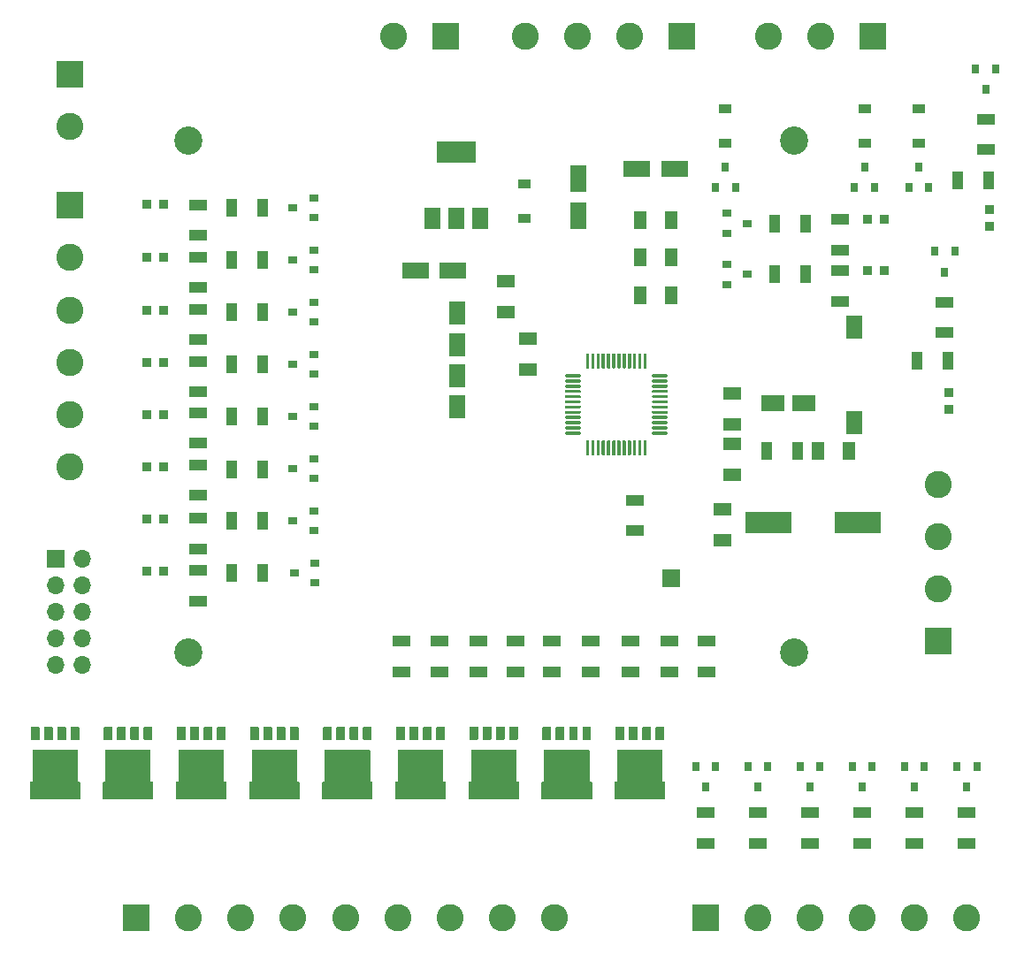
<source format=gbr>
G04 #@! TF.GenerationSoftware,KiCad,Pcbnew,5.1.8-db9833491~87~ubuntu18.04.1*
G04 #@! TF.CreationDate,2020-11-08T12:01:12+01:00*
G04 #@! TF.ProjectId,DAC ADC PWM IO,44414320-4144-4432-9050-574d20494f2e,rev?*
G04 #@! TF.SameCoordinates,Original*
G04 #@! TF.FileFunction,Soldermask,Top*
G04 #@! TF.FilePolarity,Negative*
%FSLAX46Y46*%
G04 Gerber Fmt 4.6, Leading zero omitted, Abs format (unit mm)*
G04 Created by KiCad (PCBNEW 5.1.8-db9833491~87~ubuntu18.04.1) date 2020-11-08 12:01:12*
%MOMM*%
%LPD*%
G01*
G04 APERTURE LIST*
%ADD10R,1.600000X2.180000*%
%ADD11C,2.700000*%
%ADD12R,3.800000X2.000000*%
%ADD13R,1.500000X2.000000*%
%ADD14R,1.200000X0.900000*%
%ADD15R,4.500000X2.000000*%
%ADD16R,2.600000X2.600000*%
%ADD17C,2.600000*%
%ADD18C,0.100000*%
%ADD19R,1.700000X1.700000*%
%ADD20O,1.700000X1.700000*%
%ADD21R,0.900000X0.800000*%
%ADD22R,0.800000X0.900000*%
%ADD23R,2.600000X1.600000*%
%ADD24R,1.600000X2.600000*%
%ADD25R,1.150000X1.800000*%
%ADD26R,1.800000X1.150000*%
%ADD27R,1.600000X2.200000*%
%ADD28R,2.200000X1.600000*%
%ADD29R,0.875000X0.950000*%
%ADD30R,1.750000X1.125000*%
%ADD31R,1.125000X1.750000*%
%ADD32R,0.950000X0.875000*%
G04 APERTURE END LIST*
D10*
G04 #@! TO.C,SW1*
X179400000Y-86610000D03*
X179400000Y-95790000D03*
G04 #@! TD*
D11*
G04 #@! TO.C,Hole1*
X173700000Y-117800000D03*
G04 #@! TD*
G04 #@! TO.C,Hole4*
X173700000Y-68800000D03*
G04 #@! TD*
G04 #@! TO.C,Hole2*
X115700000Y-117800000D03*
G04 #@! TD*
G04 #@! TO.C,Hole3*
X115700000Y-68800000D03*
G04 #@! TD*
G04 #@! TO.C,U1*
G36*
G01*
X161550000Y-96725000D02*
X161550000Y-96875000D01*
G75*
G02*
X161475000Y-96950000I-75000J0D01*
G01*
X160150000Y-96950000D01*
G75*
G02*
X160075000Y-96875000I0J75000D01*
G01*
X160075000Y-96725000D01*
G75*
G02*
X160150000Y-96650000I75000J0D01*
G01*
X161475000Y-96650000D01*
G75*
G02*
X161550000Y-96725000I0J-75000D01*
G01*
G37*
G36*
G01*
X161550000Y-96225000D02*
X161550000Y-96375000D01*
G75*
G02*
X161475000Y-96450000I-75000J0D01*
G01*
X160150000Y-96450000D01*
G75*
G02*
X160075000Y-96375000I0J75000D01*
G01*
X160075000Y-96225000D01*
G75*
G02*
X160150000Y-96150000I75000J0D01*
G01*
X161475000Y-96150000D01*
G75*
G02*
X161550000Y-96225000I0J-75000D01*
G01*
G37*
G36*
G01*
X161550000Y-95725000D02*
X161550000Y-95875000D01*
G75*
G02*
X161475000Y-95950000I-75000J0D01*
G01*
X160150000Y-95950000D01*
G75*
G02*
X160075000Y-95875000I0J75000D01*
G01*
X160075000Y-95725000D01*
G75*
G02*
X160150000Y-95650000I75000J0D01*
G01*
X161475000Y-95650000D01*
G75*
G02*
X161550000Y-95725000I0J-75000D01*
G01*
G37*
G36*
G01*
X161550000Y-95225000D02*
X161550000Y-95375000D01*
G75*
G02*
X161475000Y-95450000I-75000J0D01*
G01*
X160150000Y-95450000D01*
G75*
G02*
X160075000Y-95375000I0J75000D01*
G01*
X160075000Y-95225000D01*
G75*
G02*
X160150000Y-95150000I75000J0D01*
G01*
X161475000Y-95150000D01*
G75*
G02*
X161550000Y-95225000I0J-75000D01*
G01*
G37*
G36*
G01*
X161550000Y-94725000D02*
X161550000Y-94875000D01*
G75*
G02*
X161475000Y-94950000I-75000J0D01*
G01*
X160150000Y-94950000D01*
G75*
G02*
X160075000Y-94875000I0J75000D01*
G01*
X160075000Y-94725000D01*
G75*
G02*
X160150000Y-94650000I75000J0D01*
G01*
X161475000Y-94650000D01*
G75*
G02*
X161550000Y-94725000I0J-75000D01*
G01*
G37*
G36*
G01*
X161550000Y-94225000D02*
X161550000Y-94375000D01*
G75*
G02*
X161475000Y-94450000I-75000J0D01*
G01*
X160150000Y-94450000D01*
G75*
G02*
X160075000Y-94375000I0J75000D01*
G01*
X160075000Y-94225000D01*
G75*
G02*
X160150000Y-94150000I75000J0D01*
G01*
X161475000Y-94150000D01*
G75*
G02*
X161550000Y-94225000I0J-75000D01*
G01*
G37*
G36*
G01*
X161550000Y-93725000D02*
X161550000Y-93875000D01*
G75*
G02*
X161475000Y-93950000I-75000J0D01*
G01*
X160150000Y-93950000D01*
G75*
G02*
X160075000Y-93875000I0J75000D01*
G01*
X160075000Y-93725000D01*
G75*
G02*
X160150000Y-93650000I75000J0D01*
G01*
X161475000Y-93650000D01*
G75*
G02*
X161550000Y-93725000I0J-75000D01*
G01*
G37*
G36*
G01*
X161550000Y-93225000D02*
X161550000Y-93375000D01*
G75*
G02*
X161475000Y-93450000I-75000J0D01*
G01*
X160150000Y-93450000D01*
G75*
G02*
X160075000Y-93375000I0J75000D01*
G01*
X160075000Y-93225000D01*
G75*
G02*
X160150000Y-93150000I75000J0D01*
G01*
X161475000Y-93150000D01*
G75*
G02*
X161550000Y-93225000I0J-75000D01*
G01*
G37*
G36*
G01*
X161550000Y-92725000D02*
X161550000Y-92875000D01*
G75*
G02*
X161475000Y-92950000I-75000J0D01*
G01*
X160150000Y-92950000D01*
G75*
G02*
X160075000Y-92875000I0J75000D01*
G01*
X160075000Y-92725000D01*
G75*
G02*
X160150000Y-92650000I75000J0D01*
G01*
X161475000Y-92650000D01*
G75*
G02*
X161550000Y-92725000I0J-75000D01*
G01*
G37*
G36*
G01*
X161550000Y-92225000D02*
X161550000Y-92375000D01*
G75*
G02*
X161475000Y-92450000I-75000J0D01*
G01*
X160150000Y-92450000D01*
G75*
G02*
X160075000Y-92375000I0J75000D01*
G01*
X160075000Y-92225000D01*
G75*
G02*
X160150000Y-92150000I75000J0D01*
G01*
X161475000Y-92150000D01*
G75*
G02*
X161550000Y-92225000I0J-75000D01*
G01*
G37*
G36*
G01*
X161550000Y-91725000D02*
X161550000Y-91875000D01*
G75*
G02*
X161475000Y-91950000I-75000J0D01*
G01*
X160150000Y-91950000D01*
G75*
G02*
X160075000Y-91875000I0J75000D01*
G01*
X160075000Y-91725000D01*
G75*
G02*
X160150000Y-91650000I75000J0D01*
G01*
X161475000Y-91650000D01*
G75*
G02*
X161550000Y-91725000I0J-75000D01*
G01*
G37*
G36*
G01*
X161550000Y-91225000D02*
X161550000Y-91375000D01*
G75*
G02*
X161475000Y-91450000I-75000J0D01*
G01*
X160150000Y-91450000D01*
G75*
G02*
X160075000Y-91375000I0J75000D01*
G01*
X160075000Y-91225000D01*
G75*
G02*
X160150000Y-91150000I75000J0D01*
G01*
X161475000Y-91150000D01*
G75*
G02*
X161550000Y-91225000I0J-75000D01*
G01*
G37*
G36*
G01*
X159550000Y-89225000D02*
X159550000Y-90550000D01*
G75*
G02*
X159475000Y-90625000I-75000J0D01*
G01*
X159325000Y-90625000D01*
G75*
G02*
X159250000Y-90550000I0J75000D01*
G01*
X159250000Y-89225000D01*
G75*
G02*
X159325000Y-89150000I75000J0D01*
G01*
X159475000Y-89150000D01*
G75*
G02*
X159550000Y-89225000I0J-75000D01*
G01*
G37*
G36*
G01*
X159050000Y-89225000D02*
X159050000Y-90550000D01*
G75*
G02*
X158975000Y-90625000I-75000J0D01*
G01*
X158825000Y-90625000D01*
G75*
G02*
X158750000Y-90550000I0J75000D01*
G01*
X158750000Y-89225000D01*
G75*
G02*
X158825000Y-89150000I75000J0D01*
G01*
X158975000Y-89150000D01*
G75*
G02*
X159050000Y-89225000I0J-75000D01*
G01*
G37*
G36*
G01*
X158550000Y-89225000D02*
X158550000Y-90550000D01*
G75*
G02*
X158475000Y-90625000I-75000J0D01*
G01*
X158325000Y-90625000D01*
G75*
G02*
X158250000Y-90550000I0J75000D01*
G01*
X158250000Y-89225000D01*
G75*
G02*
X158325000Y-89150000I75000J0D01*
G01*
X158475000Y-89150000D01*
G75*
G02*
X158550000Y-89225000I0J-75000D01*
G01*
G37*
G36*
G01*
X158050000Y-89225000D02*
X158050000Y-90550000D01*
G75*
G02*
X157975000Y-90625000I-75000J0D01*
G01*
X157825000Y-90625000D01*
G75*
G02*
X157750000Y-90550000I0J75000D01*
G01*
X157750000Y-89225000D01*
G75*
G02*
X157825000Y-89150000I75000J0D01*
G01*
X157975000Y-89150000D01*
G75*
G02*
X158050000Y-89225000I0J-75000D01*
G01*
G37*
G36*
G01*
X157550000Y-89225000D02*
X157550000Y-90550000D01*
G75*
G02*
X157475000Y-90625000I-75000J0D01*
G01*
X157325000Y-90625000D01*
G75*
G02*
X157250000Y-90550000I0J75000D01*
G01*
X157250000Y-89225000D01*
G75*
G02*
X157325000Y-89150000I75000J0D01*
G01*
X157475000Y-89150000D01*
G75*
G02*
X157550000Y-89225000I0J-75000D01*
G01*
G37*
G36*
G01*
X157050000Y-89225000D02*
X157050000Y-90550000D01*
G75*
G02*
X156975000Y-90625000I-75000J0D01*
G01*
X156825000Y-90625000D01*
G75*
G02*
X156750000Y-90550000I0J75000D01*
G01*
X156750000Y-89225000D01*
G75*
G02*
X156825000Y-89150000I75000J0D01*
G01*
X156975000Y-89150000D01*
G75*
G02*
X157050000Y-89225000I0J-75000D01*
G01*
G37*
G36*
G01*
X156550000Y-89225000D02*
X156550000Y-90550000D01*
G75*
G02*
X156475000Y-90625000I-75000J0D01*
G01*
X156325000Y-90625000D01*
G75*
G02*
X156250000Y-90550000I0J75000D01*
G01*
X156250000Y-89225000D01*
G75*
G02*
X156325000Y-89150000I75000J0D01*
G01*
X156475000Y-89150000D01*
G75*
G02*
X156550000Y-89225000I0J-75000D01*
G01*
G37*
G36*
G01*
X156050000Y-89225000D02*
X156050000Y-90550000D01*
G75*
G02*
X155975000Y-90625000I-75000J0D01*
G01*
X155825000Y-90625000D01*
G75*
G02*
X155750000Y-90550000I0J75000D01*
G01*
X155750000Y-89225000D01*
G75*
G02*
X155825000Y-89150000I75000J0D01*
G01*
X155975000Y-89150000D01*
G75*
G02*
X156050000Y-89225000I0J-75000D01*
G01*
G37*
G36*
G01*
X155550000Y-89225000D02*
X155550000Y-90550000D01*
G75*
G02*
X155475000Y-90625000I-75000J0D01*
G01*
X155325000Y-90625000D01*
G75*
G02*
X155250000Y-90550000I0J75000D01*
G01*
X155250000Y-89225000D01*
G75*
G02*
X155325000Y-89150000I75000J0D01*
G01*
X155475000Y-89150000D01*
G75*
G02*
X155550000Y-89225000I0J-75000D01*
G01*
G37*
G36*
G01*
X155050000Y-89225000D02*
X155050000Y-90550000D01*
G75*
G02*
X154975000Y-90625000I-75000J0D01*
G01*
X154825000Y-90625000D01*
G75*
G02*
X154750000Y-90550000I0J75000D01*
G01*
X154750000Y-89225000D01*
G75*
G02*
X154825000Y-89150000I75000J0D01*
G01*
X154975000Y-89150000D01*
G75*
G02*
X155050000Y-89225000I0J-75000D01*
G01*
G37*
G36*
G01*
X154550000Y-89225000D02*
X154550000Y-90550000D01*
G75*
G02*
X154475000Y-90625000I-75000J0D01*
G01*
X154325000Y-90625000D01*
G75*
G02*
X154250000Y-90550000I0J75000D01*
G01*
X154250000Y-89225000D01*
G75*
G02*
X154325000Y-89150000I75000J0D01*
G01*
X154475000Y-89150000D01*
G75*
G02*
X154550000Y-89225000I0J-75000D01*
G01*
G37*
G36*
G01*
X154050000Y-89225000D02*
X154050000Y-90550000D01*
G75*
G02*
X153975000Y-90625000I-75000J0D01*
G01*
X153825000Y-90625000D01*
G75*
G02*
X153750000Y-90550000I0J75000D01*
G01*
X153750000Y-89225000D01*
G75*
G02*
X153825000Y-89150000I75000J0D01*
G01*
X153975000Y-89150000D01*
G75*
G02*
X154050000Y-89225000I0J-75000D01*
G01*
G37*
G36*
G01*
X153225000Y-91225000D02*
X153225000Y-91375000D01*
G75*
G02*
X153150000Y-91450000I-75000J0D01*
G01*
X151825000Y-91450000D01*
G75*
G02*
X151750000Y-91375000I0J75000D01*
G01*
X151750000Y-91225000D01*
G75*
G02*
X151825000Y-91150000I75000J0D01*
G01*
X153150000Y-91150000D01*
G75*
G02*
X153225000Y-91225000I0J-75000D01*
G01*
G37*
G36*
G01*
X153225000Y-91725000D02*
X153225000Y-91875000D01*
G75*
G02*
X153150000Y-91950000I-75000J0D01*
G01*
X151825000Y-91950000D01*
G75*
G02*
X151750000Y-91875000I0J75000D01*
G01*
X151750000Y-91725000D01*
G75*
G02*
X151825000Y-91650000I75000J0D01*
G01*
X153150000Y-91650000D01*
G75*
G02*
X153225000Y-91725000I0J-75000D01*
G01*
G37*
G36*
G01*
X153225000Y-92225000D02*
X153225000Y-92375000D01*
G75*
G02*
X153150000Y-92450000I-75000J0D01*
G01*
X151825000Y-92450000D01*
G75*
G02*
X151750000Y-92375000I0J75000D01*
G01*
X151750000Y-92225000D01*
G75*
G02*
X151825000Y-92150000I75000J0D01*
G01*
X153150000Y-92150000D01*
G75*
G02*
X153225000Y-92225000I0J-75000D01*
G01*
G37*
G36*
G01*
X153225000Y-92725000D02*
X153225000Y-92875000D01*
G75*
G02*
X153150000Y-92950000I-75000J0D01*
G01*
X151825000Y-92950000D01*
G75*
G02*
X151750000Y-92875000I0J75000D01*
G01*
X151750000Y-92725000D01*
G75*
G02*
X151825000Y-92650000I75000J0D01*
G01*
X153150000Y-92650000D01*
G75*
G02*
X153225000Y-92725000I0J-75000D01*
G01*
G37*
G36*
G01*
X153225000Y-93225000D02*
X153225000Y-93375000D01*
G75*
G02*
X153150000Y-93450000I-75000J0D01*
G01*
X151825000Y-93450000D01*
G75*
G02*
X151750000Y-93375000I0J75000D01*
G01*
X151750000Y-93225000D01*
G75*
G02*
X151825000Y-93150000I75000J0D01*
G01*
X153150000Y-93150000D01*
G75*
G02*
X153225000Y-93225000I0J-75000D01*
G01*
G37*
G36*
G01*
X153225000Y-93725000D02*
X153225000Y-93875000D01*
G75*
G02*
X153150000Y-93950000I-75000J0D01*
G01*
X151825000Y-93950000D01*
G75*
G02*
X151750000Y-93875000I0J75000D01*
G01*
X151750000Y-93725000D01*
G75*
G02*
X151825000Y-93650000I75000J0D01*
G01*
X153150000Y-93650000D01*
G75*
G02*
X153225000Y-93725000I0J-75000D01*
G01*
G37*
G36*
G01*
X153225000Y-94225000D02*
X153225000Y-94375000D01*
G75*
G02*
X153150000Y-94450000I-75000J0D01*
G01*
X151825000Y-94450000D01*
G75*
G02*
X151750000Y-94375000I0J75000D01*
G01*
X151750000Y-94225000D01*
G75*
G02*
X151825000Y-94150000I75000J0D01*
G01*
X153150000Y-94150000D01*
G75*
G02*
X153225000Y-94225000I0J-75000D01*
G01*
G37*
G36*
G01*
X153225000Y-94725000D02*
X153225000Y-94875000D01*
G75*
G02*
X153150000Y-94950000I-75000J0D01*
G01*
X151825000Y-94950000D01*
G75*
G02*
X151750000Y-94875000I0J75000D01*
G01*
X151750000Y-94725000D01*
G75*
G02*
X151825000Y-94650000I75000J0D01*
G01*
X153150000Y-94650000D01*
G75*
G02*
X153225000Y-94725000I0J-75000D01*
G01*
G37*
G36*
G01*
X153225000Y-95225000D02*
X153225000Y-95375000D01*
G75*
G02*
X153150000Y-95450000I-75000J0D01*
G01*
X151825000Y-95450000D01*
G75*
G02*
X151750000Y-95375000I0J75000D01*
G01*
X151750000Y-95225000D01*
G75*
G02*
X151825000Y-95150000I75000J0D01*
G01*
X153150000Y-95150000D01*
G75*
G02*
X153225000Y-95225000I0J-75000D01*
G01*
G37*
G36*
G01*
X153225000Y-95725000D02*
X153225000Y-95875000D01*
G75*
G02*
X153150000Y-95950000I-75000J0D01*
G01*
X151825000Y-95950000D01*
G75*
G02*
X151750000Y-95875000I0J75000D01*
G01*
X151750000Y-95725000D01*
G75*
G02*
X151825000Y-95650000I75000J0D01*
G01*
X153150000Y-95650000D01*
G75*
G02*
X153225000Y-95725000I0J-75000D01*
G01*
G37*
G36*
G01*
X153225000Y-96225000D02*
X153225000Y-96375000D01*
G75*
G02*
X153150000Y-96450000I-75000J0D01*
G01*
X151825000Y-96450000D01*
G75*
G02*
X151750000Y-96375000I0J75000D01*
G01*
X151750000Y-96225000D01*
G75*
G02*
X151825000Y-96150000I75000J0D01*
G01*
X153150000Y-96150000D01*
G75*
G02*
X153225000Y-96225000I0J-75000D01*
G01*
G37*
G36*
G01*
X153225000Y-96725000D02*
X153225000Y-96875000D01*
G75*
G02*
X153150000Y-96950000I-75000J0D01*
G01*
X151825000Y-96950000D01*
G75*
G02*
X151750000Y-96875000I0J75000D01*
G01*
X151750000Y-96725000D01*
G75*
G02*
X151825000Y-96650000I75000J0D01*
G01*
X153150000Y-96650000D01*
G75*
G02*
X153225000Y-96725000I0J-75000D01*
G01*
G37*
G36*
G01*
X154050000Y-97550000D02*
X154050000Y-98875000D01*
G75*
G02*
X153975000Y-98950000I-75000J0D01*
G01*
X153825000Y-98950000D01*
G75*
G02*
X153750000Y-98875000I0J75000D01*
G01*
X153750000Y-97550000D01*
G75*
G02*
X153825000Y-97475000I75000J0D01*
G01*
X153975000Y-97475000D01*
G75*
G02*
X154050000Y-97550000I0J-75000D01*
G01*
G37*
G36*
G01*
X154550000Y-97550000D02*
X154550000Y-98875000D01*
G75*
G02*
X154475000Y-98950000I-75000J0D01*
G01*
X154325000Y-98950000D01*
G75*
G02*
X154250000Y-98875000I0J75000D01*
G01*
X154250000Y-97550000D01*
G75*
G02*
X154325000Y-97475000I75000J0D01*
G01*
X154475000Y-97475000D01*
G75*
G02*
X154550000Y-97550000I0J-75000D01*
G01*
G37*
G36*
G01*
X155050000Y-97550000D02*
X155050000Y-98875000D01*
G75*
G02*
X154975000Y-98950000I-75000J0D01*
G01*
X154825000Y-98950000D01*
G75*
G02*
X154750000Y-98875000I0J75000D01*
G01*
X154750000Y-97550000D01*
G75*
G02*
X154825000Y-97475000I75000J0D01*
G01*
X154975000Y-97475000D01*
G75*
G02*
X155050000Y-97550000I0J-75000D01*
G01*
G37*
G36*
G01*
X155550000Y-97550000D02*
X155550000Y-98875000D01*
G75*
G02*
X155475000Y-98950000I-75000J0D01*
G01*
X155325000Y-98950000D01*
G75*
G02*
X155250000Y-98875000I0J75000D01*
G01*
X155250000Y-97550000D01*
G75*
G02*
X155325000Y-97475000I75000J0D01*
G01*
X155475000Y-97475000D01*
G75*
G02*
X155550000Y-97550000I0J-75000D01*
G01*
G37*
G36*
G01*
X156050000Y-97550000D02*
X156050000Y-98875000D01*
G75*
G02*
X155975000Y-98950000I-75000J0D01*
G01*
X155825000Y-98950000D01*
G75*
G02*
X155750000Y-98875000I0J75000D01*
G01*
X155750000Y-97550000D01*
G75*
G02*
X155825000Y-97475000I75000J0D01*
G01*
X155975000Y-97475000D01*
G75*
G02*
X156050000Y-97550000I0J-75000D01*
G01*
G37*
G36*
G01*
X156550000Y-97550000D02*
X156550000Y-98875000D01*
G75*
G02*
X156475000Y-98950000I-75000J0D01*
G01*
X156325000Y-98950000D01*
G75*
G02*
X156250000Y-98875000I0J75000D01*
G01*
X156250000Y-97550000D01*
G75*
G02*
X156325000Y-97475000I75000J0D01*
G01*
X156475000Y-97475000D01*
G75*
G02*
X156550000Y-97550000I0J-75000D01*
G01*
G37*
G36*
G01*
X157050000Y-97550000D02*
X157050000Y-98875000D01*
G75*
G02*
X156975000Y-98950000I-75000J0D01*
G01*
X156825000Y-98950000D01*
G75*
G02*
X156750000Y-98875000I0J75000D01*
G01*
X156750000Y-97550000D01*
G75*
G02*
X156825000Y-97475000I75000J0D01*
G01*
X156975000Y-97475000D01*
G75*
G02*
X157050000Y-97550000I0J-75000D01*
G01*
G37*
G36*
G01*
X157550000Y-97550000D02*
X157550000Y-98875000D01*
G75*
G02*
X157475000Y-98950000I-75000J0D01*
G01*
X157325000Y-98950000D01*
G75*
G02*
X157250000Y-98875000I0J75000D01*
G01*
X157250000Y-97550000D01*
G75*
G02*
X157325000Y-97475000I75000J0D01*
G01*
X157475000Y-97475000D01*
G75*
G02*
X157550000Y-97550000I0J-75000D01*
G01*
G37*
G36*
G01*
X158050000Y-97550000D02*
X158050000Y-98875000D01*
G75*
G02*
X157975000Y-98950000I-75000J0D01*
G01*
X157825000Y-98950000D01*
G75*
G02*
X157750000Y-98875000I0J75000D01*
G01*
X157750000Y-97550000D01*
G75*
G02*
X157825000Y-97475000I75000J0D01*
G01*
X157975000Y-97475000D01*
G75*
G02*
X158050000Y-97550000I0J-75000D01*
G01*
G37*
G36*
G01*
X158550000Y-97550000D02*
X158550000Y-98875000D01*
G75*
G02*
X158475000Y-98950000I-75000J0D01*
G01*
X158325000Y-98950000D01*
G75*
G02*
X158250000Y-98875000I0J75000D01*
G01*
X158250000Y-97550000D01*
G75*
G02*
X158325000Y-97475000I75000J0D01*
G01*
X158475000Y-97475000D01*
G75*
G02*
X158550000Y-97550000I0J-75000D01*
G01*
G37*
G36*
G01*
X159050000Y-97550000D02*
X159050000Y-98875000D01*
G75*
G02*
X158975000Y-98950000I-75000J0D01*
G01*
X158825000Y-98950000D01*
G75*
G02*
X158750000Y-98875000I0J75000D01*
G01*
X158750000Y-97550000D01*
G75*
G02*
X158825000Y-97475000I75000J0D01*
G01*
X158975000Y-97475000D01*
G75*
G02*
X159050000Y-97550000I0J-75000D01*
G01*
G37*
G36*
G01*
X159550000Y-97550000D02*
X159550000Y-98875000D01*
G75*
G02*
X159475000Y-98950000I-75000J0D01*
G01*
X159325000Y-98950000D01*
G75*
G02*
X159250000Y-98875000I0J75000D01*
G01*
X159250000Y-97550000D01*
G75*
G02*
X159325000Y-97475000I75000J0D01*
G01*
X159475000Y-97475000D01*
G75*
G02*
X159550000Y-97550000I0J-75000D01*
G01*
G37*
G04 #@! TD*
D12*
G04 #@! TO.C,U2*
X141300000Y-69900000D03*
D13*
X141300000Y-76200000D03*
X143600000Y-76200000D03*
X139000000Y-76200000D03*
G04 #@! TD*
D14*
G04 #@! TO.C,D1*
X147800000Y-76200000D03*
X147800000Y-72900000D03*
G04 #@! TD*
D15*
G04 #@! TO.C,Y1*
X171250000Y-105400000D03*
X179750000Y-105400000D03*
G04 #@! TD*
D16*
G04 #@! TO.C,J2*
X110700000Y-143200000D03*
D17*
X115700000Y-143200000D03*
X120700000Y-143200000D03*
X125700000Y-143200000D03*
X130700000Y-143200000D03*
X135700000Y-143200000D03*
X140700000Y-143200000D03*
X145700000Y-143200000D03*
X150700000Y-143200000D03*
G04 #@! TD*
D16*
G04 #@! TO.C,J3*
X181200000Y-58800000D03*
D17*
X176200000Y-58800000D03*
X171200000Y-58800000D03*
G04 #@! TD*
D16*
G04 #@! TO.C,J4*
X187500000Y-116700000D03*
D17*
X187500000Y-111700000D03*
X187500000Y-106700000D03*
X187500000Y-101700000D03*
G04 #@! TD*
G04 #@! TO.C,J5*
X104300000Y-100000000D03*
X104300000Y-95000000D03*
X104300000Y-90000000D03*
X104300000Y-85000000D03*
X104300000Y-80000000D03*
D16*
X104300000Y-75000000D03*
G04 #@! TD*
D17*
G04 #@! TO.C,J6*
X104300000Y-67400000D03*
D16*
X104300000Y-62400000D03*
G04 #@! TD*
G04 #@! TO.C,J7*
X165200000Y-143200000D03*
D17*
X170200000Y-143200000D03*
X175200000Y-143200000D03*
X180200000Y-143200000D03*
X185200000Y-143200000D03*
X190200000Y-143200000D03*
G04 #@! TD*
D16*
G04 #@! TO.C,J8*
X140300000Y-58800000D03*
D17*
X135300000Y-58800000D03*
G04 #@! TD*
D14*
G04 #@! TO.C,D6*
X167100000Y-65750000D03*
X167100000Y-69050000D03*
G04 #@! TD*
G04 #@! TO.C,D7*
X180400000Y-69050000D03*
X180400000Y-65750000D03*
G04 #@! TD*
G04 #@! TO.C,D8*
X185600000Y-65750000D03*
X185600000Y-69050000D03*
G04 #@! TD*
G04 #@! TO.C,Q1*
G36*
G01*
X103960000Y-124990000D02*
X103960000Y-126140000D01*
G75*
G02*
X103890000Y-126210000I-70000J0D01*
G01*
X103190000Y-126210000D01*
G75*
G02*
X103120000Y-126140000I0J70000D01*
G01*
X103120000Y-124990000D01*
G75*
G02*
X103190000Y-124920000I70000J0D01*
G01*
X103890000Y-124920000D01*
G75*
G02*
X103960000Y-124990000I0J-70000D01*
G01*
G37*
G36*
G01*
X105230000Y-124990000D02*
X105230000Y-126140000D01*
G75*
G02*
X105160000Y-126210000I-70000J0D01*
G01*
X104460000Y-126210000D01*
G75*
G02*
X104390000Y-126140000I0J70000D01*
G01*
X104390000Y-124990000D01*
G75*
G02*
X104460000Y-124920000I70000J0D01*
G01*
X105160000Y-124920000D01*
G75*
G02*
X105230000Y-124990000I0J-70000D01*
G01*
G37*
G36*
G01*
X102680000Y-124990000D02*
X102680000Y-126140000D01*
G75*
G02*
X102610000Y-126210000I-70000J0D01*
G01*
X101910000Y-126210000D01*
G75*
G02*
X101840000Y-126140000I0J70000D01*
G01*
X101840000Y-124990000D01*
G75*
G02*
X101910000Y-124920000I70000J0D01*
G01*
X102610000Y-124920000D01*
G75*
G02*
X102680000Y-124990000I0J-70000D01*
G01*
G37*
G36*
G01*
X101410000Y-124990000D02*
X101410000Y-126140000D01*
G75*
G02*
X101340000Y-126210000I-70000J0D01*
G01*
X100640000Y-126210000D01*
G75*
G02*
X100570000Y-126140000I0J70000D01*
G01*
X100570000Y-124990000D01*
G75*
G02*
X100640000Y-124920000I70000J0D01*
G01*
X101340000Y-124920000D01*
G75*
G02*
X101410000Y-124990000I0J-70000D01*
G01*
G37*
D18*
G36*
X105318655Y-131823656D02*
G01*
X105314672Y-131836788D01*
X105308203Y-131848890D01*
X105299497Y-131859497D01*
X105288890Y-131868203D01*
X105276788Y-131874672D01*
X105263656Y-131878655D01*
X105250000Y-131880000D01*
X100550000Y-131880000D01*
X100536344Y-131878655D01*
X100523212Y-131874672D01*
X100511110Y-131868203D01*
X100500503Y-131859497D01*
X100491797Y-131848890D01*
X100485328Y-131836788D01*
X100481345Y-131823656D01*
X100480000Y-131810000D01*
X100480000Y-130260000D01*
X100481345Y-130246344D01*
X100485328Y-130233212D01*
X100491797Y-130221110D01*
X100500503Y-130210503D01*
X100511110Y-130201797D01*
X100523212Y-130195328D01*
X100536344Y-130191345D01*
X100550000Y-130190000D01*
X100730000Y-130190000D01*
X100730000Y-127185000D01*
X100731345Y-127171344D01*
X100735328Y-127158212D01*
X100741797Y-127146110D01*
X100750503Y-127135503D01*
X100761110Y-127126797D01*
X100773212Y-127120328D01*
X100786344Y-127116345D01*
X100800000Y-127115000D01*
X105000000Y-127115000D01*
X105013656Y-127116345D01*
X105026788Y-127120328D01*
X105038890Y-127126797D01*
X105049497Y-127135503D01*
X105058203Y-127146110D01*
X105064672Y-127158212D01*
X105068655Y-127171344D01*
X105070000Y-127185000D01*
X105070000Y-130190000D01*
X105250000Y-130190000D01*
X105263656Y-130191345D01*
X105276788Y-130195328D01*
X105288890Y-130201797D01*
X105299497Y-130210503D01*
X105308203Y-130221110D01*
X105314672Y-130233212D01*
X105318655Y-130246344D01*
X105320000Y-130260000D01*
X105320000Y-131810000D01*
X105318655Y-131823656D01*
G37*
G04 #@! TD*
G04 #@! TO.C,Q2*
G36*
X112318655Y-131823656D02*
G01*
X112314672Y-131836788D01*
X112308203Y-131848890D01*
X112299497Y-131859497D01*
X112288890Y-131868203D01*
X112276788Y-131874672D01*
X112263656Y-131878655D01*
X112250000Y-131880000D01*
X107550000Y-131880000D01*
X107536344Y-131878655D01*
X107523212Y-131874672D01*
X107511110Y-131868203D01*
X107500503Y-131859497D01*
X107491797Y-131848890D01*
X107485328Y-131836788D01*
X107481345Y-131823656D01*
X107480000Y-131810000D01*
X107480000Y-130260000D01*
X107481345Y-130246344D01*
X107485328Y-130233212D01*
X107491797Y-130221110D01*
X107500503Y-130210503D01*
X107511110Y-130201797D01*
X107523212Y-130195328D01*
X107536344Y-130191345D01*
X107550000Y-130190000D01*
X107730000Y-130190000D01*
X107730000Y-127185000D01*
X107731345Y-127171344D01*
X107735328Y-127158212D01*
X107741797Y-127146110D01*
X107750503Y-127135503D01*
X107761110Y-127126797D01*
X107773212Y-127120328D01*
X107786344Y-127116345D01*
X107800000Y-127115000D01*
X112000000Y-127115000D01*
X112013656Y-127116345D01*
X112026788Y-127120328D01*
X112038890Y-127126797D01*
X112049497Y-127135503D01*
X112058203Y-127146110D01*
X112064672Y-127158212D01*
X112068655Y-127171344D01*
X112070000Y-127185000D01*
X112070000Y-130190000D01*
X112250000Y-130190000D01*
X112263656Y-130191345D01*
X112276788Y-130195328D01*
X112288890Y-130201797D01*
X112299497Y-130210503D01*
X112308203Y-130221110D01*
X112314672Y-130233212D01*
X112318655Y-130246344D01*
X112320000Y-130260000D01*
X112320000Y-131810000D01*
X112318655Y-131823656D01*
G37*
G36*
G01*
X108410000Y-124990000D02*
X108410000Y-126140000D01*
G75*
G02*
X108340000Y-126210000I-70000J0D01*
G01*
X107640000Y-126210000D01*
G75*
G02*
X107570000Y-126140000I0J70000D01*
G01*
X107570000Y-124990000D01*
G75*
G02*
X107640000Y-124920000I70000J0D01*
G01*
X108340000Y-124920000D01*
G75*
G02*
X108410000Y-124990000I0J-70000D01*
G01*
G37*
G36*
G01*
X109680000Y-124990000D02*
X109680000Y-126140000D01*
G75*
G02*
X109610000Y-126210000I-70000J0D01*
G01*
X108910000Y-126210000D01*
G75*
G02*
X108840000Y-126140000I0J70000D01*
G01*
X108840000Y-124990000D01*
G75*
G02*
X108910000Y-124920000I70000J0D01*
G01*
X109610000Y-124920000D01*
G75*
G02*
X109680000Y-124990000I0J-70000D01*
G01*
G37*
G36*
G01*
X112230000Y-124990000D02*
X112230000Y-126140000D01*
G75*
G02*
X112160000Y-126210000I-70000J0D01*
G01*
X111460000Y-126210000D01*
G75*
G02*
X111390000Y-126140000I0J70000D01*
G01*
X111390000Y-124990000D01*
G75*
G02*
X111460000Y-124920000I70000J0D01*
G01*
X112160000Y-124920000D01*
G75*
G02*
X112230000Y-124990000I0J-70000D01*
G01*
G37*
G36*
G01*
X110960000Y-124990000D02*
X110960000Y-126140000D01*
G75*
G02*
X110890000Y-126210000I-70000J0D01*
G01*
X110190000Y-126210000D01*
G75*
G02*
X110120000Y-126140000I0J70000D01*
G01*
X110120000Y-124990000D01*
G75*
G02*
X110190000Y-124920000I70000J0D01*
G01*
X110890000Y-124920000D01*
G75*
G02*
X110960000Y-124990000I0J-70000D01*
G01*
G37*
G04 #@! TD*
G04 #@! TO.C,Q3*
G36*
G01*
X117960000Y-124990000D02*
X117960000Y-126140000D01*
G75*
G02*
X117890000Y-126210000I-70000J0D01*
G01*
X117190000Y-126210000D01*
G75*
G02*
X117120000Y-126140000I0J70000D01*
G01*
X117120000Y-124990000D01*
G75*
G02*
X117190000Y-124920000I70000J0D01*
G01*
X117890000Y-124920000D01*
G75*
G02*
X117960000Y-124990000I0J-70000D01*
G01*
G37*
G36*
G01*
X119230000Y-124990000D02*
X119230000Y-126140000D01*
G75*
G02*
X119160000Y-126210000I-70000J0D01*
G01*
X118460000Y-126210000D01*
G75*
G02*
X118390000Y-126140000I0J70000D01*
G01*
X118390000Y-124990000D01*
G75*
G02*
X118460000Y-124920000I70000J0D01*
G01*
X119160000Y-124920000D01*
G75*
G02*
X119230000Y-124990000I0J-70000D01*
G01*
G37*
G36*
G01*
X116680000Y-124990000D02*
X116680000Y-126140000D01*
G75*
G02*
X116610000Y-126210000I-70000J0D01*
G01*
X115910000Y-126210000D01*
G75*
G02*
X115840000Y-126140000I0J70000D01*
G01*
X115840000Y-124990000D01*
G75*
G02*
X115910000Y-124920000I70000J0D01*
G01*
X116610000Y-124920000D01*
G75*
G02*
X116680000Y-124990000I0J-70000D01*
G01*
G37*
G36*
G01*
X115410000Y-124990000D02*
X115410000Y-126140000D01*
G75*
G02*
X115340000Y-126210000I-70000J0D01*
G01*
X114640000Y-126210000D01*
G75*
G02*
X114570000Y-126140000I0J70000D01*
G01*
X114570000Y-124990000D01*
G75*
G02*
X114640000Y-124920000I70000J0D01*
G01*
X115340000Y-124920000D01*
G75*
G02*
X115410000Y-124990000I0J-70000D01*
G01*
G37*
G36*
X119318655Y-131823656D02*
G01*
X119314672Y-131836788D01*
X119308203Y-131848890D01*
X119299497Y-131859497D01*
X119288890Y-131868203D01*
X119276788Y-131874672D01*
X119263656Y-131878655D01*
X119250000Y-131880000D01*
X114550000Y-131880000D01*
X114536344Y-131878655D01*
X114523212Y-131874672D01*
X114511110Y-131868203D01*
X114500503Y-131859497D01*
X114491797Y-131848890D01*
X114485328Y-131836788D01*
X114481345Y-131823656D01*
X114480000Y-131810000D01*
X114480000Y-130260000D01*
X114481345Y-130246344D01*
X114485328Y-130233212D01*
X114491797Y-130221110D01*
X114500503Y-130210503D01*
X114511110Y-130201797D01*
X114523212Y-130195328D01*
X114536344Y-130191345D01*
X114550000Y-130190000D01*
X114730000Y-130190000D01*
X114730000Y-127185000D01*
X114731345Y-127171344D01*
X114735328Y-127158212D01*
X114741797Y-127146110D01*
X114750503Y-127135503D01*
X114761110Y-127126797D01*
X114773212Y-127120328D01*
X114786344Y-127116345D01*
X114800000Y-127115000D01*
X119000000Y-127115000D01*
X119013656Y-127116345D01*
X119026788Y-127120328D01*
X119038890Y-127126797D01*
X119049497Y-127135503D01*
X119058203Y-127146110D01*
X119064672Y-127158212D01*
X119068655Y-127171344D01*
X119070000Y-127185000D01*
X119070000Y-130190000D01*
X119250000Y-130190000D01*
X119263656Y-130191345D01*
X119276788Y-130195328D01*
X119288890Y-130201797D01*
X119299497Y-130210503D01*
X119308203Y-130221110D01*
X119314672Y-130233212D01*
X119318655Y-130246344D01*
X119320000Y-130260000D01*
X119320000Y-131810000D01*
X119318655Y-131823656D01*
G37*
G04 #@! TD*
G04 #@! TO.C,Q4*
G36*
G01*
X124960000Y-124990000D02*
X124960000Y-126140000D01*
G75*
G02*
X124890000Y-126210000I-70000J0D01*
G01*
X124190000Y-126210000D01*
G75*
G02*
X124120000Y-126140000I0J70000D01*
G01*
X124120000Y-124990000D01*
G75*
G02*
X124190000Y-124920000I70000J0D01*
G01*
X124890000Y-124920000D01*
G75*
G02*
X124960000Y-124990000I0J-70000D01*
G01*
G37*
G36*
G01*
X126230000Y-124990000D02*
X126230000Y-126140000D01*
G75*
G02*
X126160000Y-126210000I-70000J0D01*
G01*
X125460000Y-126210000D01*
G75*
G02*
X125390000Y-126140000I0J70000D01*
G01*
X125390000Y-124990000D01*
G75*
G02*
X125460000Y-124920000I70000J0D01*
G01*
X126160000Y-124920000D01*
G75*
G02*
X126230000Y-124990000I0J-70000D01*
G01*
G37*
G36*
G01*
X123680000Y-124990000D02*
X123680000Y-126140000D01*
G75*
G02*
X123610000Y-126210000I-70000J0D01*
G01*
X122910000Y-126210000D01*
G75*
G02*
X122840000Y-126140000I0J70000D01*
G01*
X122840000Y-124990000D01*
G75*
G02*
X122910000Y-124920000I70000J0D01*
G01*
X123610000Y-124920000D01*
G75*
G02*
X123680000Y-124990000I0J-70000D01*
G01*
G37*
G36*
G01*
X122410000Y-124990000D02*
X122410000Y-126140000D01*
G75*
G02*
X122340000Y-126210000I-70000J0D01*
G01*
X121640000Y-126210000D01*
G75*
G02*
X121570000Y-126140000I0J70000D01*
G01*
X121570000Y-124990000D01*
G75*
G02*
X121640000Y-124920000I70000J0D01*
G01*
X122340000Y-124920000D01*
G75*
G02*
X122410000Y-124990000I0J-70000D01*
G01*
G37*
G36*
X126318655Y-131823656D02*
G01*
X126314672Y-131836788D01*
X126308203Y-131848890D01*
X126299497Y-131859497D01*
X126288890Y-131868203D01*
X126276788Y-131874672D01*
X126263656Y-131878655D01*
X126250000Y-131880000D01*
X121550000Y-131880000D01*
X121536344Y-131878655D01*
X121523212Y-131874672D01*
X121511110Y-131868203D01*
X121500503Y-131859497D01*
X121491797Y-131848890D01*
X121485328Y-131836788D01*
X121481345Y-131823656D01*
X121480000Y-131810000D01*
X121480000Y-130260000D01*
X121481345Y-130246344D01*
X121485328Y-130233212D01*
X121491797Y-130221110D01*
X121500503Y-130210503D01*
X121511110Y-130201797D01*
X121523212Y-130195328D01*
X121536344Y-130191345D01*
X121550000Y-130190000D01*
X121730000Y-130190000D01*
X121730000Y-127185000D01*
X121731345Y-127171344D01*
X121735328Y-127158212D01*
X121741797Y-127146110D01*
X121750503Y-127135503D01*
X121761110Y-127126797D01*
X121773212Y-127120328D01*
X121786344Y-127116345D01*
X121800000Y-127115000D01*
X126000000Y-127115000D01*
X126013656Y-127116345D01*
X126026788Y-127120328D01*
X126038890Y-127126797D01*
X126049497Y-127135503D01*
X126058203Y-127146110D01*
X126064672Y-127158212D01*
X126068655Y-127171344D01*
X126070000Y-127185000D01*
X126070000Y-130190000D01*
X126250000Y-130190000D01*
X126263656Y-130191345D01*
X126276788Y-130195328D01*
X126288890Y-130201797D01*
X126299497Y-130210503D01*
X126308203Y-130221110D01*
X126314672Y-130233212D01*
X126318655Y-130246344D01*
X126320000Y-130260000D01*
X126320000Y-131810000D01*
X126318655Y-131823656D01*
G37*
G04 #@! TD*
G04 #@! TO.C,Q5*
G36*
X133318655Y-131823656D02*
G01*
X133314672Y-131836788D01*
X133308203Y-131848890D01*
X133299497Y-131859497D01*
X133288890Y-131868203D01*
X133276788Y-131874672D01*
X133263656Y-131878655D01*
X133250000Y-131880000D01*
X128550000Y-131880000D01*
X128536344Y-131878655D01*
X128523212Y-131874672D01*
X128511110Y-131868203D01*
X128500503Y-131859497D01*
X128491797Y-131848890D01*
X128485328Y-131836788D01*
X128481345Y-131823656D01*
X128480000Y-131810000D01*
X128480000Y-130260000D01*
X128481345Y-130246344D01*
X128485328Y-130233212D01*
X128491797Y-130221110D01*
X128500503Y-130210503D01*
X128511110Y-130201797D01*
X128523212Y-130195328D01*
X128536344Y-130191345D01*
X128550000Y-130190000D01*
X128730000Y-130190000D01*
X128730000Y-127185000D01*
X128731345Y-127171344D01*
X128735328Y-127158212D01*
X128741797Y-127146110D01*
X128750503Y-127135503D01*
X128761110Y-127126797D01*
X128773212Y-127120328D01*
X128786344Y-127116345D01*
X128800000Y-127115000D01*
X133000000Y-127115000D01*
X133013656Y-127116345D01*
X133026788Y-127120328D01*
X133038890Y-127126797D01*
X133049497Y-127135503D01*
X133058203Y-127146110D01*
X133064672Y-127158212D01*
X133068655Y-127171344D01*
X133070000Y-127185000D01*
X133070000Y-130190000D01*
X133250000Y-130190000D01*
X133263656Y-130191345D01*
X133276788Y-130195328D01*
X133288890Y-130201797D01*
X133299497Y-130210503D01*
X133308203Y-130221110D01*
X133314672Y-130233212D01*
X133318655Y-130246344D01*
X133320000Y-130260000D01*
X133320000Y-131810000D01*
X133318655Y-131823656D01*
G37*
G36*
G01*
X129410000Y-124990000D02*
X129410000Y-126140000D01*
G75*
G02*
X129340000Y-126210000I-70000J0D01*
G01*
X128640000Y-126210000D01*
G75*
G02*
X128570000Y-126140000I0J70000D01*
G01*
X128570000Y-124990000D01*
G75*
G02*
X128640000Y-124920000I70000J0D01*
G01*
X129340000Y-124920000D01*
G75*
G02*
X129410000Y-124990000I0J-70000D01*
G01*
G37*
G36*
G01*
X130680000Y-124990000D02*
X130680000Y-126140000D01*
G75*
G02*
X130610000Y-126210000I-70000J0D01*
G01*
X129910000Y-126210000D01*
G75*
G02*
X129840000Y-126140000I0J70000D01*
G01*
X129840000Y-124990000D01*
G75*
G02*
X129910000Y-124920000I70000J0D01*
G01*
X130610000Y-124920000D01*
G75*
G02*
X130680000Y-124990000I0J-70000D01*
G01*
G37*
G36*
G01*
X133230000Y-124990000D02*
X133230000Y-126140000D01*
G75*
G02*
X133160000Y-126210000I-70000J0D01*
G01*
X132460000Y-126210000D01*
G75*
G02*
X132390000Y-126140000I0J70000D01*
G01*
X132390000Y-124990000D01*
G75*
G02*
X132460000Y-124920000I70000J0D01*
G01*
X133160000Y-124920000D01*
G75*
G02*
X133230000Y-124990000I0J-70000D01*
G01*
G37*
G36*
G01*
X131960000Y-124990000D02*
X131960000Y-126140000D01*
G75*
G02*
X131890000Y-126210000I-70000J0D01*
G01*
X131190000Y-126210000D01*
G75*
G02*
X131120000Y-126140000I0J70000D01*
G01*
X131120000Y-124990000D01*
G75*
G02*
X131190000Y-124920000I70000J0D01*
G01*
X131890000Y-124920000D01*
G75*
G02*
X131960000Y-124990000I0J-70000D01*
G01*
G37*
G04 #@! TD*
G04 #@! TO.C,Q6*
G36*
G01*
X138960000Y-124990000D02*
X138960000Y-126140000D01*
G75*
G02*
X138890000Y-126210000I-70000J0D01*
G01*
X138190000Y-126210000D01*
G75*
G02*
X138120000Y-126140000I0J70000D01*
G01*
X138120000Y-124990000D01*
G75*
G02*
X138190000Y-124920000I70000J0D01*
G01*
X138890000Y-124920000D01*
G75*
G02*
X138960000Y-124990000I0J-70000D01*
G01*
G37*
G36*
G01*
X140230000Y-124990000D02*
X140230000Y-126140000D01*
G75*
G02*
X140160000Y-126210000I-70000J0D01*
G01*
X139460000Y-126210000D01*
G75*
G02*
X139390000Y-126140000I0J70000D01*
G01*
X139390000Y-124990000D01*
G75*
G02*
X139460000Y-124920000I70000J0D01*
G01*
X140160000Y-124920000D01*
G75*
G02*
X140230000Y-124990000I0J-70000D01*
G01*
G37*
G36*
G01*
X137680000Y-124990000D02*
X137680000Y-126140000D01*
G75*
G02*
X137610000Y-126210000I-70000J0D01*
G01*
X136910000Y-126210000D01*
G75*
G02*
X136840000Y-126140000I0J70000D01*
G01*
X136840000Y-124990000D01*
G75*
G02*
X136910000Y-124920000I70000J0D01*
G01*
X137610000Y-124920000D01*
G75*
G02*
X137680000Y-124990000I0J-70000D01*
G01*
G37*
G36*
G01*
X136410000Y-124990000D02*
X136410000Y-126140000D01*
G75*
G02*
X136340000Y-126210000I-70000J0D01*
G01*
X135640000Y-126210000D01*
G75*
G02*
X135570000Y-126140000I0J70000D01*
G01*
X135570000Y-124990000D01*
G75*
G02*
X135640000Y-124920000I70000J0D01*
G01*
X136340000Y-124920000D01*
G75*
G02*
X136410000Y-124990000I0J-70000D01*
G01*
G37*
G36*
X140318655Y-131823656D02*
G01*
X140314672Y-131836788D01*
X140308203Y-131848890D01*
X140299497Y-131859497D01*
X140288890Y-131868203D01*
X140276788Y-131874672D01*
X140263656Y-131878655D01*
X140250000Y-131880000D01*
X135550000Y-131880000D01*
X135536344Y-131878655D01*
X135523212Y-131874672D01*
X135511110Y-131868203D01*
X135500503Y-131859497D01*
X135491797Y-131848890D01*
X135485328Y-131836788D01*
X135481345Y-131823656D01*
X135480000Y-131810000D01*
X135480000Y-130260000D01*
X135481345Y-130246344D01*
X135485328Y-130233212D01*
X135491797Y-130221110D01*
X135500503Y-130210503D01*
X135511110Y-130201797D01*
X135523212Y-130195328D01*
X135536344Y-130191345D01*
X135550000Y-130190000D01*
X135730000Y-130190000D01*
X135730000Y-127185000D01*
X135731345Y-127171344D01*
X135735328Y-127158212D01*
X135741797Y-127146110D01*
X135750503Y-127135503D01*
X135761110Y-127126797D01*
X135773212Y-127120328D01*
X135786344Y-127116345D01*
X135800000Y-127115000D01*
X140000000Y-127115000D01*
X140013656Y-127116345D01*
X140026788Y-127120328D01*
X140038890Y-127126797D01*
X140049497Y-127135503D01*
X140058203Y-127146110D01*
X140064672Y-127158212D01*
X140068655Y-127171344D01*
X140070000Y-127185000D01*
X140070000Y-130190000D01*
X140250000Y-130190000D01*
X140263656Y-130191345D01*
X140276788Y-130195328D01*
X140288890Y-130201797D01*
X140299497Y-130210503D01*
X140308203Y-130221110D01*
X140314672Y-130233212D01*
X140318655Y-130246344D01*
X140320000Y-130260000D01*
X140320000Y-131810000D01*
X140318655Y-131823656D01*
G37*
G04 #@! TD*
G04 #@! TO.C,Q7*
G36*
G01*
X145960000Y-124955000D02*
X145960000Y-126105000D01*
G75*
G02*
X145890000Y-126175000I-70000J0D01*
G01*
X145190000Y-126175000D01*
G75*
G02*
X145120000Y-126105000I0J70000D01*
G01*
X145120000Y-124955000D01*
G75*
G02*
X145190000Y-124885000I70000J0D01*
G01*
X145890000Y-124885000D01*
G75*
G02*
X145960000Y-124955000I0J-70000D01*
G01*
G37*
G36*
G01*
X147230000Y-124955000D02*
X147230000Y-126105000D01*
G75*
G02*
X147160000Y-126175000I-70000J0D01*
G01*
X146460000Y-126175000D01*
G75*
G02*
X146390000Y-126105000I0J70000D01*
G01*
X146390000Y-124955000D01*
G75*
G02*
X146460000Y-124885000I70000J0D01*
G01*
X147160000Y-124885000D01*
G75*
G02*
X147230000Y-124955000I0J-70000D01*
G01*
G37*
G36*
G01*
X144680000Y-124955000D02*
X144680000Y-126105000D01*
G75*
G02*
X144610000Y-126175000I-70000J0D01*
G01*
X143910000Y-126175000D01*
G75*
G02*
X143840000Y-126105000I0J70000D01*
G01*
X143840000Y-124955000D01*
G75*
G02*
X143910000Y-124885000I70000J0D01*
G01*
X144610000Y-124885000D01*
G75*
G02*
X144680000Y-124955000I0J-70000D01*
G01*
G37*
G36*
G01*
X143410000Y-124955000D02*
X143410000Y-126105000D01*
G75*
G02*
X143340000Y-126175000I-70000J0D01*
G01*
X142640000Y-126175000D01*
G75*
G02*
X142570000Y-126105000I0J70000D01*
G01*
X142570000Y-124955000D01*
G75*
G02*
X142640000Y-124885000I70000J0D01*
G01*
X143340000Y-124885000D01*
G75*
G02*
X143410000Y-124955000I0J-70000D01*
G01*
G37*
G36*
X147318655Y-131788656D02*
G01*
X147314672Y-131801788D01*
X147308203Y-131813890D01*
X147299497Y-131824497D01*
X147288890Y-131833203D01*
X147276788Y-131839672D01*
X147263656Y-131843655D01*
X147250000Y-131845000D01*
X142550000Y-131845000D01*
X142536344Y-131843655D01*
X142523212Y-131839672D01*
X142511110Y-131833203D01*
X142500503Y-131824497D01*
X142491797Y-131813890D01*
X142485328Y-131801788D01*
X142481345Y-131788656D01*
X142480000Y-131775000D01*
X142480000Y-130225000D01*
X142481345Y-130211344D01*
X142485328Y-130198212D01*
X142491797Y-130186110D01*
X142500503Y-130175503D01*
X142511110Y-130166797D01*
X142523212Y-130160328D01*
X142536344Y-130156345D01*
X142550000Y-130155000D01*
X142730000Y-130155000D01*
X142730000Y-127150000D01*
X142731345Y-127136344D01*
X142735328Y-127123212D01*
X142741797Y-127111110D01*
X142750503Y-127100503D01*
X142761110Y-127091797D01*
X142773212Y-127085328D01*
X142786344Y-127081345D01*
X142800000Y-127080000D01*
X147000000Y-127080000D01*
X147013656Y-127081345D01*
X147026788Y-127085328D01*
X147038890Y-127091797D01*
X147049497Y-127100503D01*
X147058203Y-127111110D01*
X147064672Y-127123212D01*
X147068655Y-127136344D01*
X147070000Y-127150000D01*
X147070000Y-130155000D01*
X147250000Y-130155000D01*
X147263656Y-130156345D01*
X147276788Y-130160328D01*
X147288890Y-130166797D01*
X147299497Y-130175503D01*
X147308203Y-130186110D01*
X147314672Y-130198212D01*
X147318655Y-130211344D01*
X147320000Y-130225000D01*
X147320000Y-131775000D01*
X147318655Y-131788656D01*
G37*
G04 #@! TD*
G04 #@! TO.C,Q8*
G36*
X154318655Y-131823656D02*
G01*
X154314672Y-131836788D01*
X154308203Y-131848890D01*
X154299497Y-131859497D01*
X154288890Y-131868203D01*
X154276788Y-131874672D01*
X154263656Y-131878655D01*
X154250000Y-131880000D01*
X149550000Y-131880000D01*
X149536344Y-131878655D01*
X149523212Y-131874672D01*
X149511110Y-131868203D01*
X149500503Y-131859497D01*
X149491797Y-131848890D01*
X149485328Y-131836788D01*
X149481345Y-131823656D01*
X149480000Y-131810000D01*
X149480000Y-130260000D01*
X149481345Y-130246344D01*
X149485328Y-130233212D01*
X149491797Y-130221110D01*
X149500503Y-130210503D01*
X149511110Y-130201797D01*
X149523212Y-130195328D01*
X149536344Y-130191345D01*
X149550000Y-130190000D01*
X149730000Y-130190000D01*
X149730000Y-127185000D01*
X149731345Y-127171344D01*
X149735328Y-127158212D01*
X149741797Y-127146110D01*
X149750503Y-127135503D01*
X149761110Y-127126797D01*
X149773212Y-127120328D01*
X149786344Y-127116345D01*
X149800000Y-127115000D01*
X154000000Y-127115000D01*
X154013656Y-127116345D01*
X154026788Y-127120328D01*
X154038890Y-127126797D01*
X154049497Y-127135503D01*
X154058203Y-127146110D01*
X154064672Y-127158212D01*
X154068655Y-127171344D01*
X154070000Y-127185000D01*
X154070000Y-130190000D01*
X154250000Y-130190000D01*
X154263656Y-130191345D01*
X154276788Y-130195328D01*
X154288890Y-130201797D01*
X154299497Y-130210503D01*
X154308203Y-130221110D01*
X154314672Y-130233212D01*
X154318655Y-130246344D01*
X154320000Y-130260000D01*
X154320000Y-131810000D01*
X154318655Y-131823656D01*
G37*
G36*
G01*
X150410000Y-124990000D02*
X150410000Y-126140000D01*
G75*
G02*
X150340000Y-126210000I-70000J0D01*
G01*
X149640000Y-126210000D01*
G75*
G02*
X149570000Y-126140000I0J70000D01*
G01*
X149570000Y-124990000D01*
G75*
G02*
X149640000Y-124920000I70000J0D01*
G01*
X150340000Y-124920000D01*
G75*
G02*
X150410000Y-124990000I0J-70000D01*
G01*
G37*
G36*
G01*
X151680000Y-124990000D02*
X151680000Y-126140000D01*
G75*
G02*
X151610000Y-126210000I-70000J0D01*
G01*
X150910000Y-126210000D01*
G75*
G02*
X150840000Y-126140000I0J70000D01*
G01*
X150840000Y-124990000D01*
G75*
G02*
X150910000Y-124920000I70000J0D01*
G01*
X151610000Y-124920000D01*
G75*
G02*
X151680000Y-124990000I0J-70000D01*
G01*
G37*
G36*
G01*
X154230000Y-124990000D02*
X154230000Y-126140000D01*
G75*
G02*
X154160000Y-126210000I-70000J0D01*
G01*
X153460000Y-126210000D01*
G75*
G02*
X153390000Y-126140000I0J70000D01*
G01*
X153390000Y-124990000D01*
G75*
G02*
X153460000Y-124920000I70000J0D01*
G01*
X154160000Y-124920000D01*
G75*
G02*
X154230000Y-124990000I0J-70000D01*
G01*
G37*
G36*
G01*
X152960000Y-124990000D02*
X152960000Y-126140000D01*
G75*
G02*
X152890000Y-126210000I-70000J0D01*
G01*
X152190000Y-126210000D01*
G75*
G02*
X152120000Y-126140000I0J70000D01*
G01*
X152120000Y-124990000D01*
G75*
G02*
X152190000Y-124920000I70000J0D01*
G01*
X152890000Y-124920000D01*
G75*
G02*
X152960000Y-124990000I0J-70000D01*
G01*
G37*
G04 #@! TD*
G04 #@! TO.C,Q9*
G36*
X161318655Y-131823656D02*
G01*
X161314672Y-131836788D01*
X161308203Y-131848890D01*
X161299497Y-131859497D01*
X161288890Y-131868203D01*
X161276788Y-131874672D01*
X161263656Y-131878655D01*
X161250000Y-131880000D01*
X156550000Y-131880000D01*
X156536344Y-131878655D01*
X156523212Y-131874672D01*
X156511110Y-131868203D01*
X156500503Y-131859497D01*
X156491797Y-131848890D01*
X156485328Y-131836788D01*
X156481345Y-131823656D01*
X156480000Y-131810000D01*
X156480000Y-130260000D01*
X156481345Y-130246344D01*
X156485328Y-130233212D01*
X156491797Y-130221110D01*
X156500503Y-130210503D01*
X156511110Y-130201797D01*
X156523212Y-130195328D01*
X156536344Y-130191345D01*
X156550000Y-130190000D01*
X156730000Y-130190000D01*
X156730000Y-127185000D01*
X156731345Y-127171344D01*
X156735328Y-127158212D01*
X156741797Y-127146110D01*
X156750503Y-127135503D01*
X156761110Y-127126797D01*
X156773212Y-127120328D01*
X156786344Y-127116345D01*
X156800000Y-127115000D01*
X161000000Y-127115000D01*
X161013656Y-127116345D01*
X161026788Y-127120328D01*
X161038890Y-127126797D01*
X161049497Y-127135503D01*
X161058203Y-127146110D01*
X161064672Y-127158212D01*
X161068655Y-127171344D01*
X161070000Y-127185000D01*
X161070000Y-130190000D01*
X161250000Y-130190000D01*
X161263656Y-130191345D01*
X161276788Y-130195328D01*
X161288890Y-130201797D01*
X161299497Y-130210503D01*
X161308203Y-130221110D01*
X161314672Y-130233212D01*
X161318655Y-130246344D01*
X161320000Y-130260000D01*
X161320000Y-131810000D01*
X161318655Y-131823656D01*
G37*
G36*
G01*
X157410000Y-124990000D02*
X157410000Y-126140000D01*
G75*
G02*
X157340000Y-126210000I-70000J0D01*
G01*
X156640000Y-126210000D01*
G75*
G02*
X156570000Y-126140000I0J70000D01*
G01*
X156570000Y-124990000D01*
G75*
G02*
X156640000Y-124920000I70000J0D01*
G01*
X157340000Y-124920000D01*
G75*
G02*
X157410000Y-124990000I0J-70000D01*
G01*
G37*
G36*
G01*
X158680000Y-124990000D02*
X158680000Y-126140000D01*
G75*
G02*
X158610000Y-126210000I-70000J0D01*
G01*
X157910000Y-126210000D01*
G75*
G02*
X157840000Y-126140000I0J70000D01*
G01*
X157840000Y-124990000D01*
G75*
G02*
X157910000Y-124920000I70000J0D01*
G01*
X158610000Y-124920000D01*
G75*
G02*
X158680000Y-124990000I0J-70000D01*
G01*
G37*
G36*
G01*
X161230000Y-124990000D02*
X161230000Y-126140000D01*
G75*
G02*
X161160000Y-126210000I-70000J0D01*
G01*
X160460000Y-126210000D01*
G75*
G02*
X160390000Y-126140000I0J70000D01*
G01*
X160390000Y-124990000D01*
G75*
G02*
X160460000Y-124920000I70000J0D01*
G01*
X161160000Y-124920000D01*
G75*
G02*
X161230000Y-124990000I0J-70000D01*
G01*
G37*
G36*
G01*
X159960000Y-124990000D02*
X159960000Y-126140000D01*
G75*
G02*
X159890000Y-126210000I-70000J0D01*
G01*
X159190000Y-126210000D01*
G75*
G02*
X159120000Y-126140000I0J70000D01*
G01*
X159120000Y-124990000D01*
G75*
G02*
X159190000Y-124920000I70000J0D01*
G01*
X159890000Y-124920000D01*
G75*
G02*
X159960000Y-124990000I0J-70000D01*
G01*
G37*
G04 #@! TD*
D19*
G04 #@! TO.C,J1*
X103000000Y-108800000D03*
D20*
X105540000Y-108800000D03*
X103000000Y-111340000D03*
X105540000Y-111340000D03*
X103000000Y-113880000D03*
X105540000Y-113880000D03*
X103000000Y-116420000D03*
X105540000Y-116420000D03*
X103000000Y-118960000D03*
X105540000Y-118960000D03*
G04 #@! TD*
D19*
G04 #@! TO.C,J10*
X161900000Y-110700000D03*
G04 #@! TD*
D21*
G04 #@! TO.C,D2*
X169200000Y-76700000D03*
X167200000Y-77650000D03*
X167200000Y-75750000D03*
G04 #@! TD*
D22*
G04 #@! TO.C,D3*
X189050000Y-79400000D03*
X187150000Y-79400000D03*
X188100000Y-81400000D03*
G04 #@! TD*
D21*
G04 #@! TO.C,D4*
X167200000Y-80650000D03*
X167200000Y-82550000D03*
X169200000Y-81600000D03*
G04 #@! TD*
D22*
G04 #@! TO.C,D5*
X192000000Y-63900000D03*
X191050000Y-61900000D03*
X192950000Y-61900000D03*
G04 #@! TD*
G04 #@! TO.C,D9*
X167100000Y-71300000D03*
X168050000Y-73300000D03*
X166150000Y-73300000D03*
G04 #@! TD*
G04 #@! TO.C,D10*
X191150000Y-128700000D03*
X189250000Y-128700000D03*
X190200000Y-130700000D03*
G04 #@! TD*
G04 #@! TO.C,D11*
X186150000Y-128700000D03*
X184250000Y-128700000D03*
X185200000Y-130700000D03*
G04 #@! TD*
G04 #@! TO.C,D12*
X181150000Y-128700000D03*
X179250000Y-128700000D03*
X180200000Y-130700000D03*
G04 #@! TD*
G04 #@! TO.C,D13*
X175200000Y-130700000D03*
X174250000Y-128700000D03*
X176150000Y-128700000D03*
G04 #@! TD*
G04 #@! TO.C,D14*
X170200000Y-130700000D03*
X169250000Y-128700000D03*
X171150000Y-128700000D03*
G04 #@! TD*
G04 #@! TO.C,D15*
X166150000Y-128700000D03*
X164250000Y-128700000D03*
X165200000Y-130700000D03*
G04 #@! TD*
G04 #@! TO.C,D16*
X180400000Y-71300000D03*
X181350000Y-73300000D03*
X179450000Y-73300000D03*
G04 #@! TD*
G04 #@! TO.C,D17*
X184650000Y-73300000D03*
X186550000Y-73300000D03*
X185600000Y-71300000D03*
G04 #@! TD*
D21*
G04 #@! TO.C,D18*
X125800000Y-110200000D03*
X127800000Y-109250000D03*
X127800000Y-111150000D03*
G04 #@! TD*
G04 #@! TO.C,D19*
X125700000Y-105200000D03*
X127700000Y-104250000D03*
X127700000Y-106150000D03*
G04 #@! TD*
G04 #@! TO.C,D20*
X127700000Y-81150000D03*
X127700000Y-79250000D03*
X125700000Y-80200000D03*
G04 #@! TD*
G04 #@! TO.C,D21*
X125700000Y-75200000D03*
X127700000Y-74250000D03*
X127700000Y-76150000D03*
G04 #@! TD*
G04 #@! TO.C,D22*
X127700000Y-101150000D03*
X127700000Y-99250000D03*
X125700000Y-100200000D03*
G04 #@! TD*
G04 #@! TO.C,D23*
X127700000Y-96150000D03*
X127700000Y-94250000D03*
X125700000Y-95200000D03*
G04 #@! TD*
G04 #@! TO.C,D24*
X125700000Y-90200000D03*
X127700000Y-89250000D03*
X127700000Y-91150000D03*
G04 #@! TD*
G04 #@! TO.C,D25*
X127700000Y-86150000D03*
X127700000Y-84250000D03*
X125700000Y-85200000D03*
G04 #@! TD*
D23*
G04 #@! TO.C,C5*
X141000000Y-81200000D03*
X137400000Y-81200000D03*
G04 #@! TD*
D24*
G04 #@! TO.C,C2*
X153000000Y-76000000D03*
X153000000Y-72400000D03*
G04 #@! TD*
D25*
G04 #@! TO.C,C8*
X161875000Y-76400000D03*
X158925000Y-76400000D03*
G04 #@! TD*
G04 #@! TO.C,C7*
X161875000Y-80000000D03*
X158925000Y-80000000D03*
G04 #@! TD*
G04 #@! TO.C,C6*
X161875000Y-83600000D03*
X158925000Y-83600000D03*
G04 #@! TD*
D26*
G04 #@! TO.C,C10*
X148200000Y-90675000D03*
X148200000Y-87725000D03*
G04 #@! TD*
G04 #@! TO.C,C16*
X146100000Y-85175000D03*
X146100000Y-82225000D03*
G04 #@! TD*
G04 #@! TO.C,C14*
X167700000Y-93025000D03*
X167700000Y-95975000D03*
G04 #@! TD*
G04 #@! TO.C,C1*
X167700000Y-97825000D03*
X167700000Y-100775000D03*
G04 #@! TD*
D25*
G04 #@! TO.C,C4*
X178875000Y-98500000D03*
X175925000Y-98500000D03*
G04 #@! TD*
D26*
G04 #@! TO.C,C3*
X166800000Y-107075000D03*
X166800000Y-104125000D03*
G04 #@! TD*
D27*
G04 #@! TO.C,C11*
X141400000Y-91300000D03*
X141400000Y-94300000D03*
G04 #@! TD*
G04 #@! TO.C,C17*
X141400000Y-85300000D03*
X141400000Y-88300000D03*
G04 #@! TD*
D28*
G04 #@! TO.C,C15*
X171600000Y-93900000D03*
X174600000Y-93900000D03*
G04 #@! TD*
D23*
G04 #@! TO.C,C9*
X162200000Y-71500000D03*
X158600000Y-71500000D03*
G04 #@! TD*
D29*
G04 #@! TO.C,F12*
X113287500Y-85000000D03*
X111712500Y-85000000D03*
G04 #@! TD*
G04 #@! TO.C,F11*
X113287500Y-90000000D03*
X111712500Y-90000000D03*
G04 #@! TD*
G04 #@! TO.C,F10*
X113287500Y-95000000D03*
X111712500Y-95000000D03*
G04 #@! TD*
G04 #@! TO.C,F9*
X113287500Y-100000000D03*
X111712500Y-100000000D03*
G04 #@! TD*
G04 #@! TO.C,F6*
X113287500Y-105000000D03*
X111712500Y-105000000D03*
G04 #@! TD*
G04 #@! TO.C,F5*
X113287500Y-110000000D03*
X111712500Y-110000000D03*
G04 #@! TD*
D30*
G04 #@! TO.C,R16*
X165200000Y-136062500D03*
X165200000Y-133137500D03*
G04 #@! TD*
G04 #@! TO.C,R15*
X170200000Y-136062500D03*
X170200000Y-133137500D03*
G04 #@! TD*
G04 #@! TO.C,R14*
X175200000Y-136062500D03*
X175200000Y-133137500D03*
G04 #@! TD*
G04 #@! TO.C,R13*
X180200000Y-136062500D03*
X180200000Y-133137500D03*
G04 #@! TD*
G04 #@! TO.C,R12*
X185200000Y-136062500D03*
X185200000Y-133137500D03*
G04 #@! TD*
G04 #@! TO.C,R11*
X190200000Y-136062500D03*
X190200000Y-133137500D03*
G04 #@! TD*
G04 #@! TO.C,R33*
X136100000Y-116737500D03*
X136100000Y-119662500D03*
G04 #@! TD*
G04 #@! TO.C,R34*
X139700000Y-116737500D03*
X139700000Y-119662500D03*
G04 #@! TD*
G04 #@! TO.C,R35*
X143400000Y-116737500D03*
X143400000Y-119662500D03*
G04 #@! TD*
G04 #@! TO.C,R36*
X147000000Y-116737500D03*
X147000000Y-119662500D03*
G04 #@! TD*
G04 #@! TO.C,R37*
X150500000Y-116737500D03*
X150500000Y-119662500D03*
G04 #@! TD*
G04 #@! TO.C,R38*
X154200000Y-116737500D03*
X154200000Y-119662500D03*
G04 #@! TD*
G04 #@! TO.C,R39*
X158000000Y-116737500D03*
X158000000Y-119662500D03*
G04 #@! TD*
G04 #@! TO.C,R40*
X161700000Y-116737500D03*
X161700000Y-119662500D03*
G04 #@! TD*
G04 #@! TO.C,R41*
X165300000Y-116737500D03*
X165300000Y-119662500D03*
G04 #@! TD*
G04 #@! TO.C,R2*
X158400000Y-103237500D03*
X158400000Y-106162500D03*
G04 #@! TD*
D31*
G04 #@! TO.C,R1*
X173962500Y-98500000D03*
X171037500Y-98500000D03*
G04 #@! TD*
G04 #@! TO.C,R4*
X188362500Y-89900000D03*
X185437500Y-89900000D03*
G04 #@! TD*
D32*
G04 #@! TO.C,F2*
X188500000Y-92912500D03*
X188500000Y-94487500D03*
G04 #@! TD*
D30*
G04 #@! TO.C,R6*
X188100000Y-87162500D03*
X188100000Y-84237500D03*
G04 #@! TD*
D32*
G04 #@! TO.C,F4*
X192400000Y-75412500D03*
X192400000Y-76987500D03*
G04 #@! TD*
D31*
G04 #@! TO.C,R8*
X192262500Y-72600000D03*
X189337500Y-72600000D03*
G04 #@! TD*
D30*
G04 #@! TO.C,R10*
X192000000Y-69662500D03*
X192000000Y-66737500D03*
G04 #@! TD*
D31*
G04 #@! TO.C,R9*
X174762500Y-81600000D03*
X171837500Y-81600000D03*
G04 #@! TD*
D30*
G04 #@! TO.C,R7*
X178100000Y-81237500D03*
X178100000Y-84162500D03*
G04 #@! TD*
D31*
G04 #@! TO.C,R5*
X174762500Y-76700000D03*
X171837500Y-76700000D03*
G04 #@! TD*
D30*
G04 #@! TO.C,R3*
X178100000Y-76337500D03*
X178100000Y-79262500D03*
G04 #@! TD*
D29*
G04 #@! TO.C,F1*
X180712500Y-76300000D03*
X182287500Y-76300000D03*
G04 #@! TD*
G04 #@! TO.C,F3*
X180712500Y-81200000D03*
X182287500Y-81200000D03*
G04 #@! TD*
G04 #@! TO.C,F8*
X113287500Y-74900000D03*
X111712500Y-74900000D03*
G04 #@! TD*
G04 #@! TO.C,F7*
X113287500Y-80000000D03*
X111712500Y-80000000D03*
G04 #@! TD*
D30*
G04 #@! TO.C,R17*
X116600000Y-109937500D03*
X116600000Y-112862500D03*
G04 #@! TD*
D31*
G04 #@! TO.C,R21*
X119837500Y-110200000D03*
X122762500Y-110200000D03*
G04 #@! TD*
D30*
G04 #@! TO.C,R18*
X116600000Y-104937500D03*
X116600000Y-107862500D03*
G04 #@! TD*
D31*
G04 #@! TO.C,R22*
X119837500Y-105200000D03*
X122762500Y-105200000D03*
G04 #@! TD*
D30*
G04 #@! TO.C,R29*
X116600000Y-89937500D03*
X116600000Y-92862500D03*
G04 #@! TD*
D31*
G04 #@! TO.C,R31*
X119837500Y-90200000D03*
X122762500Y-90200000D03*
G04 #@! TD*
D30*
G04 #@! TO.C,R19*
X116600000Y-79937500D03*
X116600000Y-82862500D03*
G04 #@! TD*
D31*
G04 #@! TO.C,R23*
X119837500Y-80200000D03*
X122762500Y-80200000D03*
G04 #@! TD*
D30*
G04 #@! TO.C,R20*
X116600000Y-74937500D03*
X116600000Y-77862500D03*
G04 #@! TD*
D31*
G04 #@! TO.C,R24*
X119837500Y-75200000D03*
X122762500Y-75200000D03*
G04 #@! TD*
D30*
G04 #@! TO.C,R26*
X116600000Y-94837500D03*
X116600000Y-97762500D03*
G04 #@! TD*
G04 #@! TO.C,R25*
X116600000Y-99837500D03*
X116600000Y-102762500D03*
G04 #@! TD*
D31*
G04 #@! TO.C,R28*
X119837500Y-95200000D03*
X122762500Y-95200000D03*
G04 #@! TD*
G04 #@! TO.C,R27*
X119842501Y-100300000D03*
X122767501Y-100300000D03*
G04 #@! TD*
G04 #@! TO.C,R32*
X119837500Y-85200000D03*
X122762500Y-85200000D03*
G04 #@! TD*
D30*
G04 #@! TO.C,R30*
X116600000Y-84937500D03*
X116600000Y-87862500D03*
G04 #@! TD*
D16*
G04 #@! TO.C,J9*
X162900000Y-58800000D03*
D17*
X157900000Y-58800000D03*
X152900000Y-58800000D03*
X147900000Y-58800000D03*
G04 #@! TD*
M02*

</source>
